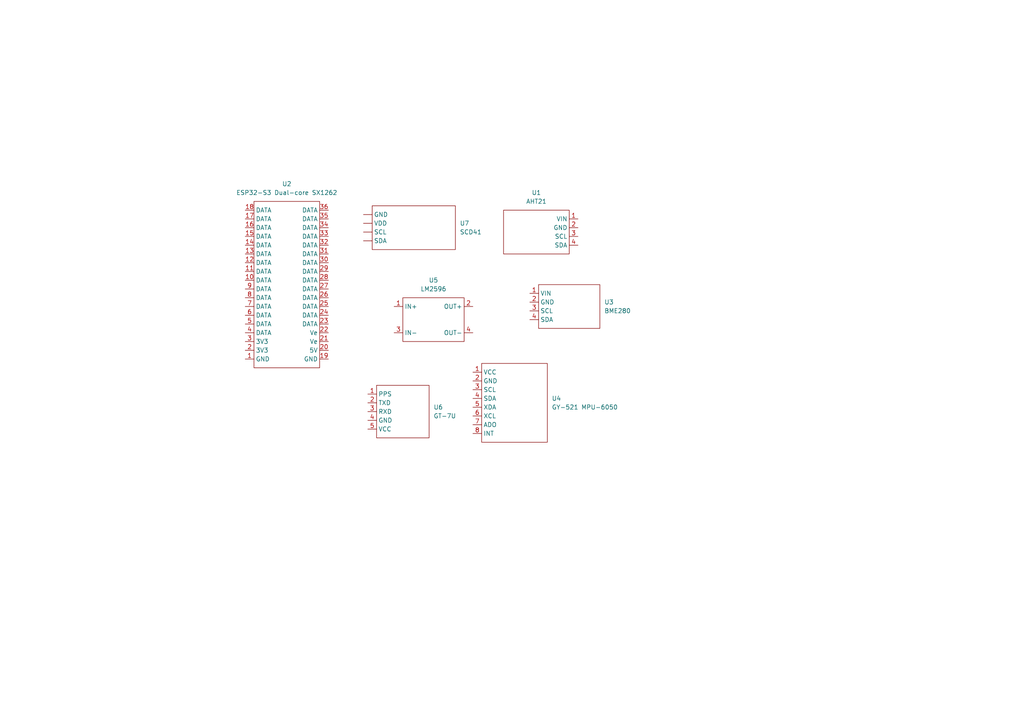
<source format=kicad_sch>
(kicad_sch (version 20231120) (generator "eeschema") (generator_version "8.0")
  (paper "A4")
  (lib_symbols
    (symbol "Footprint Library:AHT21"
      (property "Reference" "U" (at 0 0 0))
      (property "Value" "AHT21" (at -11.43 -4.318 0))
      (symbol "AHT21_0_1"
        (rectangle (start -2.54 10.16) (end -21.59 -2.54))
      )
      (symbol "AHT21_1_1"
        (pin power_in line (at 0 7.62 180) (length 2.54) (name "VIN") (number "1"))
        (pin power_in line (at 0 5.08 180) (length 2.54) (name "GND") (number "2"))
        (pin bidirectional line (at 0 2.54 180) (length 2.54) (name "SCL") (number "3"))
        (pin bidirectional line (at 0 0 180) (length 2.54) (name "SDA") (number "4"))
      )
    )
    (symbol "Footprint Library:BME280"
      (property "Reference" "U" (at 0 0 0))
      (property "Value" "BME280" (at 11.43 -4.572 0))
      (symbol "BME280_0_1"
        (rectangle (start 2.54 10.16) (end 20.32 -2.54))
      )
      (symbol "BME280_1_1"
        (pin power_in line (at 0 7.62 0) (length 2.54) (name "VIN") (number "1"))
        (pin power_in line (at 0 5.08 0) (length 2.54) (name "GND") (number "2"))
        (pin bidirectional line (at 0 2.54 0) (length 2.54) (name "SCL") (number "3"))
        (pin bidirectional line (at 0 0 0) (length 2.54) (name "SDA") (number "4"))
      )
    )
    (symbol "Footprint Library:ESP32-S3_Dual-core_SX1262"
      (property "Reference" "U" (at 0 0 0))
      (property "Value" "ESP32-S3 Dual-core SX1262" (at 10.922 -9.652 0))
      (symbol "ESP32-S3_Dual-core_SX1262_0_1"
        (rectangle (start 2.54 45.72) (end 21.59 -2.54))
      )
      (symbol "ESP32-S3_Dual-core_SX1262_1_1"
        (pin power_in line (at 0 0 0) (length 2.54) (name "GND") (number "1"))
        (pin bidirectional line (at 0 22.86 0) (length 2.54) (name "DATA") (number "10"))
        (pin bidirectional line (at 0 25.4 0) (length 2.54) (name "DATA") (number "11"))
        (pin bidirectional line (at 0 27.94 0) (length 2.54) (name "DATA") (number "12"))
        (pin bidirectional line (at 0 30.48 0) (length 2.54) (name "DATA") (number "13"))
        (pin bidirectional line (at 0 33.02 0) (length 2.54) (name "DATA") (number "14"))
        (pin bidirectional line (at 0 35.56 0) (length 2.54) (name "DATA") (number "15"))
        (pin bidirectional line (at 0 38.1 0) (length 2.54) (name "DATA") (number "16"))
        (pin bidirectional line (at 0 40.64 0) (length 2.54) (name "DATA") (number "17"))
        (pin bidirectional line (at 0 43.18 0) (length 2.54) (name "DATA") (number "18"))
        (pin power_in line (at 24.13 0 180) (length 2.54) (name "GND") (number "19"))
        (pin power_in line (at 0 2.54 0) (length 2.54) (name "3V3") (number "2"))
        (pin power_in line (at 24.13 2.54 180) (length 2.54) (name "5V") (number "20"))
        (pin power_in line (at 24.13 5.08 180) (length 2.54) (name "Ve") (number "21"))
        (pin power_in line (at 24.13 7.62 180) (length 2.54) (name "Ve") (number "22"))
        (pin power_in line (at 24.13 10.16 180) (length 2.54) (name "DATA") (number "23"))
        (pin power_in line (at 24.13 12.7 180) (length 2.54) (name "DATA") (number "24"))
        (pin power_in line (at 24.13 15.24 180) (length 2.54) (name "DATA") (number "25"))
        (pin power_in line (at 24.13 17.78 180) (length 2.54) (name "DATA") (number "26"))
        (pin power_in line (at 24.13 20.32 180) (length 2.54) (name "DATA") (number "27"))
        (pin power_in line (at 24.13 22.86 180) (length 2.54) (name "DATA") (number "28"))
        (pin power_in line (at 24.13 25.4 180) (length 2.54) (name "DATA") (number "29"))
        (pin power_in line (at 0 5.08 0) (length 2.54) (name "3V3") (number "3"))
        (pin power_in line (at 24.13 27.94 180) (length 2.54) (name "DATA") (number "30"))
        (pin power_in line (at 24.13 30.48 180) (length 2.54) (name "DATA") (number "31"))
        (pin power_in line (at 24.13 33.02 180) (length 2.54) (name "DATA") (number "32"))
        (pin power_in line (at 24.13 35.56 180) (length 2.54) (name "DATA") (number "33"))
        (pin power_in line (at 24.13 38.1 180) (length 2.54) (name "DATA") (number "34"))
        (pin power_in line (at 24.13 40.64 180) (length 2.54) (name "DATA") (number "35"))
        (pin power_in line (at 24.13 43.18 180) (length 2.54) (name "DATA") (number "36"))
        (pin bidirectional line (at 0 7.62 0) (length 2.54) (name "DATA") (number "4"))
        (pin bidirectional line (at 0 10.16 0) (length 2.54) (name "DATA") (number "5"))
        (pin bidirectional line (at 0 12.7 0) (length 2.54) (name "DATA") (number "6"))
        (pin bidirectional line (at 0 15.24 0) (length 2.54) (name "DATA") (number "7"))
        (pin bidirectional line (at 0 17.78 0) (length 2.54) (name "DATA") (number "8"))
        (pin bidirectional line (at 0 20.32 0) (length 2.54) (name "DATA") (number "9"))
      )
    )
    (symbol "Footprint Library:GT-7U"
      (property "Reference" "U" (at 0 0 0))
      (property "Value" "GT-7U" (at 0 -7.62 0))
      (symbol "GT-7U_0_1"
        (rectangle (start 0 12.7) (end 15.24 -2.54))
      )
      (symbol "GT-7U_1_1"
        (pin bidirectional line (at -2.54 10.16 0) (length 2.54) (name "PPS") (number "1"))
        (pin bidirectional line (at -2.54 7.62 0) (length 2.54) (name "TXD") (number "2"))
        (pin bidirectional line (at -2.54 5.08 0) (length 2.54) (name "RXD") (number "3"))
        (pin power_in line (at -2.54 2.54 0) (length 2.54) (name "GND") (number "4"))
        (pin power_in line (at -2.54 0 0) (length 2.54) (name "VCC") (number "5"))
      )
    )
    (symbol "Footprint Library:GY-521_MPU-6050"
      (property "Reference" "U" (at 0 0 0))
      (property "Value" "GY-521 MPU-6050" (at -0.254 -7.874 0))
      (symbol "GY-521_MPU-6050_0_1"
        (rectangle (start 2.54 20.32) (end 21.59 -2.54))
      )
      (symbol "GY-521_MPU-6050_1_1"
        (pin power_in line (at 0 17.78 0) (length 2.54) (name "VCC") (number "1"))
        (pin power_in line (at 0 15.24 0) (length 2.54) (name "GND") (number "2"))
        (pin bidirectional line (at 0 12.7 0) (length 2.54) (name "SCL") (number "3"))
        (pin bidirectional line (at 0 10.16 0) (length 2.54) (name "SDA") (number "4"))
        (pin bidirectional line (at 0 7.62 0) (length 2.54) (name "XDA") (number "5"))
        (pin bidirectional line (at 0 5.08 0) (length 2.54) (name "XCL") (number "6"))
        (pin bidirectional line (at 0 2.54 0) (length 2.54) (name "ADO") (number "7"))
        (pin bidirectional line (at 0 0 0) (length 2.54) (name "INT") (number "8"))
      )
    )
    (symbol "Footprint Library:LM2596"
      (property "Reference" "U" (at 0 0 0))
      (property "Value" "LM2596" (at 0 -7.874 0))
      (symbol "LM2596_0_1"
        (rectangle (start 0 10.16) (end 17.78 -2.54))
      )
      (symbol "LM2596_1_1"
        (pin power_in line (at -2.54 7.62 0) (length 2.54) (name "IN+") (number "1"))
        (pin power_in line (at 20.32 7.62 180) (length 2.54) (name "OUT+") (number "2"))
        (pin power_in line (at -2.54 0 0) (length 2.54) (name "IN-") (number "3"))
        (pin power_in line (at 20.32 0 180) (length 2.54) (name "OUT-") (number "4"))
      )
    )
    (symbol "Footprint Library:SCD41"
      (property "Reference" "U" (at 0 0 0))
      (property "Value" "SCD41" (at 0 -7.366 0))
      (symbol "SCD41_0_1"
        (rectangle (start 2.54 10.16) (end 26.67 -2.54))
      )
      (symbol "SCD41_1_1"
        (pin power_in line (at 0 7.62 0) (length 2.54) (name "GND") (number ""))
        (pin bidirectional line (at 0 2.54 0) (length 2.54) (name "SCL") (number ""))
        (pin bidirectional line (at 0 0 0) (length 2.54) (name "SDA") (number ""))
        (pin power_in line (at 0 5.08 0) (length 2.54) (name "VDD") (number ""))
      )
    )
  )
  (symbol (lib_id "Footprint Library:GT-7U") (at 109.22 124.46 0) (unit 1)
    (property "Reference" "U6" (at 125.73 118.1099 0) (effects (justify left)))
    (property "Value" "GT-7U" (at 125.73 120.6499 0) (effects (justify left)))
    (property "Footprint" "Actual Footprint Library:GT-U7" (effects (hide yes)))
  )
  (symbol (lib_id "Footprint Library:GY-521_MPU-6050") (at 137.16 125.73 0) (unit 1)
    (property "Reference" "U4" (at 160.02 115.5699 0) (effects (justify left)))
    (property "Value" "GY-521 MPU-6050" (at 160.02 118.1099 0) (effects (justify left)))
    (property "Footprint" "Actual Footprint Library:GY-521 MPU-6050" (effects (hide yes)))
  )
  (symbol (lib_id "Footprint Library:LM2596") (at 116.84 96.52 0) (unit 1)
    (property "Reference" "U5" (at 125.73 81.28 0))
    (property "Value" "LM2596" (at 125.73 83.82 0))
    (property "Footprint" "Actual Footprint Library:LM2596" (effects (hide yes)))
  )
  (symbol (lib_id "Footprint Library:AHT21") (at 167.64 71.12 0) (unit 1)
    (property "Reference" "U1" (at 155.575 55.88 0))
    (property "Value" "AHT21" (at 155.575 58.42 0))
    (property "Footprint" "Actual Footprint Library:AHT21" (effects (hide yes)))
  )
  (symbol (lib_id "Footprint Library:ESP32-S3_Dual-core_SX1262") (at 71.12 104.14 0) (unit 1)
    (property "Reference" "U2" (at 83.185 53.34 0))
    (property "Value" "ESP32-S3 Dual-core SX1262" (at 83.185 55.88 0))
    (property "Footprint" "Actual Footprint Library:ESP32-S3 Dual-core SX1262" (effects (hide yes)))
  )
  (symbol (lib_id "Footprint Library:BME280") (at 153.67 92.71 0) (unit 1)
    (property "Reference" "U3" (at 175.26 87.6299 0) (effects (justify left)))
    (property "Value" "BME280" (at 175.26 90.1699 0) (effects (justify left)))
    (property "Footprint" "Actual Footprint Library:BME280" (effects (hide yes)))
  )
  (symbol (lib_id "Footprint Library:SCD41") (at 105.41 69.85 0) (unit 1)
    (property "Reference" "U7" (at 133.35 64.7699 0) (effects (justify left)))
    (property "Value" "SCD41" (at 133.35 67.3099 0) (effects (justify left)))
    (property "Footprint" "Actual Footprint Library:SCD41" (effects (hide yes)))
  )
)
</source>
